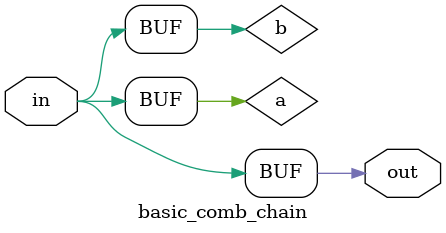
<source format=sv>
module basic_comb_chain
  (
    input logic in,
    output logic out
  );
  logic a;
  logic b;
  // Simple chain of dependencies.
  always_comb begin
    a = in;
  end
  always_comb begin
    b = a;
  end
  always_comb begin
    out = b;
  end
endmodule


</source>
